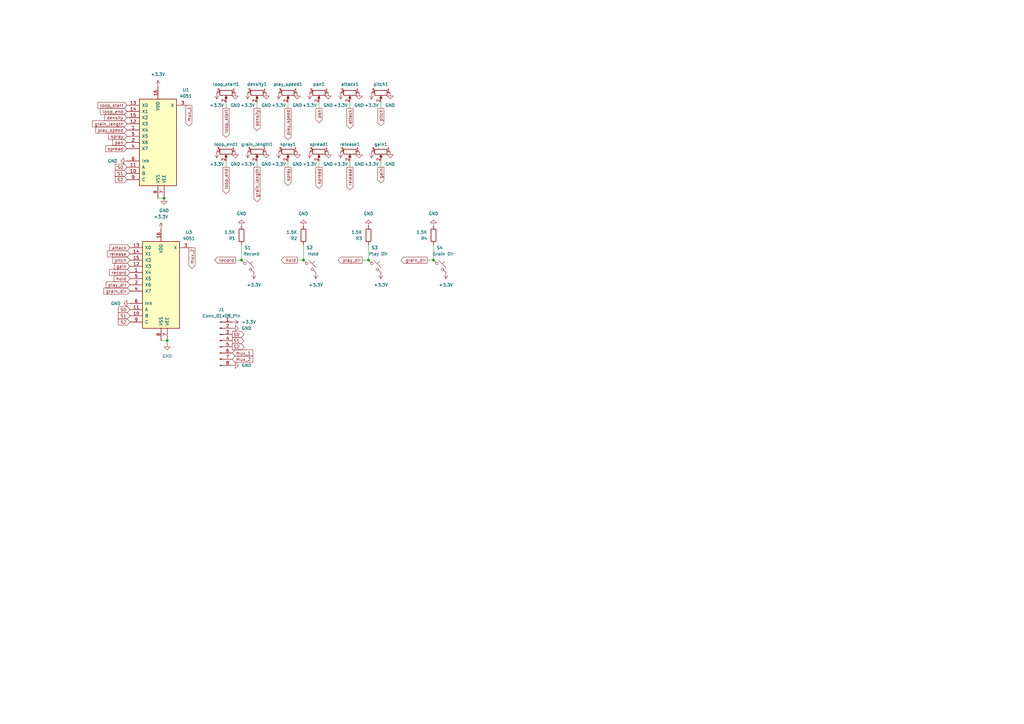
<source format=kicad_sch>
(kicad_sch (version 20231120) (generator "eeschema") (generator_version "8.0")
  (paper "A3")
  (lib_symbols
    (symbol "4xxx:4051" (pin_names (offset 1.016))
      (property "Reference" "U" (at -7.62 19.05 0))
      (property "Value" "4051" (at -7.62 -19.05 0))
      (symbol "4051_1_0"
        (pin passive line (at -12.7 5.08 0) (length 5.08) (name "X4") (number "1"))
        (pin input line (at -12.7 -12.7 0) (length 5.08) (name "B") (number "10"))
        (pin input line (at -12.7 -10.16 0) (length 5.08) (name "A") (number "11"))
        (pin passive line (at -12.7 7.62 0) (length 5.08) (name "X3") (number "12"))
        (pin passive line (at -12.7 15.24 0) (length 5.08) (name "X0") (number "13"))
        (pin passive line (at -12.7 12.7 0) (length 5.08) (name "X1") (number "14"))
        (pin passive line (at -12.7 10.16 0) (length 5.08) (name "X2") (number "15"))
        (pin power_in line (at 0 22.86 270) (length 5.08) (name "VDD") (number "16"))
        (pin passive line (at -12.7 0 0) (length 5.08) (name "X6") (number "2"))
        (pin passive line (at 12.7 15.24 180) (length 5.08) (name "X") (number "3"))
        (pin passive line (at -12.7 -2.54 0) (length 5.08) (name "X7") (number "4"))
        (pin passive line (at -12.7 2.54 0) (length 5.08) (name "X5") (number "5"))
        (pin input line (at -12.7 -7.62 0) (length 5.08) (name "Inh") (number "6"))
        (pin power_in line (at 2.54 -22.86 90) (length 5.08) (name "VEE") (number "7"))
        (pin power_in line (at 0 -22.86 90) (length 5.08) (name "VSS") (number "8"))
        (pin input line (at -12.7 -15.24 0) (length 5.08) (name "C") (number "9"))
      )
      (symbol "4051_1_1"
        (rectangle (start -7.62 17.78) (end 7.62 -17.78) (stroke (width 0.254)) (fill (type background)))
      )
    )
    (symbol "Connector:Conn_01x08_Pin" (pin_names (offset 1.016) hide)
      (property "Reference" "J" (at 0 10.16 0))
      (property "Value" "Conn_01x08_Pin" (at 0 -12.7 0))
      (symbol "Conn_01x08_Pin_1_1"
        (polyline (pts (xy 1.27 -10.16) (xy 0.8636 -10.16)) (stroke (width 0.1524)))
        (polyline (pts (xy 1.27 -7.62) (xy 0.8636 -7.62)) (stroke (width 0.1524)))
        (polyline (pts (xy 1.27 -5.08) (xy 0.8636 -5.08)) (stroke (width 0.1524)))
        (polyline (pts (xy 1.27 -2.54) (xy 0.8636 -2.54)) (stroke (width 0.1524)))
        (polyline (pts (xy 1.27 0) (xy 0.8636 0)) (stroke (width 0.1524)))
        (polyline (pts (xy 1.27 2.54) (xy 0.8636 2.54)) (stroke (width 0.1524)))
        (polyline (pts (xy 1.27 5.08) (xy 0.8636 5.08)) (stroke (width 0.1524)))
        (polyline (pts (xy 1.27 7.62) (xy 0.8636 7.62)) (stroke (width 0.1524)))
        (rectangle (start 0.8636 -10.033) (end 0 -10.287) (stroke (width 0.1524)) (fill (type outline)))
        (rectangle (start 0.8636 -7.493) (end 0 -7.747) (stroke (width 0.1524)) (fill (type outline)))
        (rectangle (start 0.8636 -4.953) (end 0 -5.207) (stroke (width 0.1524)) (fill (type outline)))
        (rectangle (start 0.8636 -2.413) (end 0 -2.667) (stroke (width 0.1524)) (fill (type outline)))
        (rectangle (start 0.8636 0.127) (end 0 -0.127) (stroke (width 0.1524)) (fill (type outline)))
        (rectangle (start 0.8636 2.667) (end 0 2.413) (stroke (width 0.1524)) (fill (type outline)))
        (rectangle (start 0.8636 5.207) (end 0 4.953) (stroke (width 0.1524)) (fill (type outline)))
        (rectangle (start 0.8636 7.747) (end 0 7.493) (stroke (width 0.1524)) (fill (type outline)))
        (pin passive line (at 5.08 7.62 180) (length 3.81) (name "Pin_1") (number "1"))
        (pin passive line (at 5.08 5.08 180) (length 3.81) (name "Pin_2") (number "2"))
        (pin passive line (at 5.08 2.54 180) (length 3.81) (name "Pin_3") (number "3"))
        (pin passive line (at 5.08 0 180) (length 3.81) (name "Pin_4") (number "4"))
        (pin passive line (at 5.08 -2.54 180) (length 3.81) (name "Pin_5") (number "5"))
        (pin passive line (at 5.08 -5.08 180) (length 3.81) (name "Pin_6") (number "6"))
        (pin passive line (at 5.08 -7.62 180) (length 3.81) (name "Pin_7") (number "7"))
        (pin passive line (at 5.08 -10.16 180) (length 3.81) (name "Pin_8") (number "8"))
      )
    )
    (symbol "Device:R" (pin_numbers hide) (pin_names (offset 0))
      (property "Reference" "R" (at 2.032 0 90))
      (property "Value" "R" (at 0 0 90))
      (symbol "R_0_1"
        (rectangle (start -1.016 -2.54) (end 1.016 2.54) (stroke (width 0.254)))
      )
      (symbol "R_1_1"
        (pin passive line (at 0 3.81 270) (length 1.27) (name "~") (number "1"))
        (pin passive line (at 0 -3.81 90) (length 1.27) (name "~") (number "2"))
      )
    )
    (symbol "Device:R_Potentiometer" (pin_names (offset 1.016) hide)
      (property "Reference" "RV" (at -4.445 0 90))
      (property "Value" "R_Potentiometer" (at -2.54 0 90))
      (symbol "R_Potentiometer_0_1"
        (polyline (pts (xy 2.54 0) (xy 1.524 0)))
        (polyline (pts (xy 1.143 0) (xy 2.286 0.508) (xy 2.286 -0.508) (xy 1.143 0)) (fill (type outline)))
        (rectangle (start 1.016 2.54) (end -1.016 -2.54) (stroke (width 0.254)))
      )
      (symbol "R_Potentiometer_1_1"
        (pin passive line (at 0 3.81 270) (length 1.27) (name "1") (number "1"))
        (pin passive line (at 3.81 0 180) (length 1.27) (name "2") (number "2"))
        (pin passive line (at 0 -3.81 90) (length 1.27) (name "3") (number "3"))
      )
    )
    (symbol "ScottoKeebs:Placeholder_Keyswitch" (pin_numbers hide) (pin_names (offset 1.016) hide)
      (property "Reference" "S" (at 3.048 1.016 0))
      (property "Value" "Keyswitch" (at 0 -3.81 0))
      (symbol "Placeholder_Keyswitch_0_1"
        (circle (center -1.1684 1.1684) (radius 0.508))
        (polyline (pts (xy -0.508 2.54) (xy 2.54 -0.508)))
        (polyline (pts (xy 1.016 1.016) (xy 2.032 2.032)))
        (polyline (pts (xy -2.54 2.54) (xy -1.524 1.524) (xy -1.524 1.524)))
        (polyline (pts (xy 1.524 -1.524) (xy 2.54 -2.54) (xy 2.54 -2.54) (xy 2.54 -2.54)))
        (circle (center 1.143 -1.1938) (radius 0.508))
        (pin passive line (at -2.54 2.54 0) (length 0) (name "1") (number "1"))
        (pin passive line (at 2.54 -2.54 180) (length 0) (name "2") (number "2"))
      )
    )
    (symbol "power:+3.3V" (power) (pin_numbers hide) (pin_names (offset 0) hide)
      (property "Value" "+3.3V" (at 0 3.556 0))
      (symbol "+3.3V_0_1"
        (polyline (pts (xy -0.762 1.27) (xy 0 2.54)))
        (polyline (pts (xy 0 0) (xy 0 2.54)))
        (polyline (pts (xy 0 2.54) (xy 0.762 1.27)))
      )
      (symbol "+3.3V_1_1"
        (pin power_in line (at 0 0 90) (length 0) (name "~") (number "1"))
      )
    )
    (symbol "power:GND" (power) (pin_numbers hide) (pin_names (offset 0) hide)
      (property "Value" "GND" (at 0 -3.81 0))
      (symbol "GND_0_1"
        (polyline (pts (xy 0 0) (xy 0 -1.27) (xy 1.27 -1.27) (xy 0 -2.54) (xy -1.27 -1.27) (xy 0 -1.27)))
      )
      (symbol "GND_1_1"
        (pin power_in line (at 0 0 270) (length 0) (name "~") (number "1"))
      )
    )
  )
  (junction (at 67.31 81.28))
  (junction (at 124.46 106.68))
  (junction (at 151.13 106.68))
  (junction (at 99.06 106.68))
  (junction (at 68.58 139.7))
  (junction (at 177.8 106.68))
  (wire (pts (xy 92.71 44.45) (xy 92.71 41.91)))
  (wire (pts (xy 64.77 81.28) (xy 67.31 81.28)))
  (wire (pts (xy 130.81 68.58) (xy 130.81 66.04)))
  (wire (pts (xy 143.51 44.45) (xy 143.51 41.91)))
  (wire (pts (xy 156.21 44.45) (xy 156.21 41.91)))
  (wire (pts (xy 177.8 100.33) (xy 177.8 106.68)))
  (wire (pts (xy 130.81 44.45) (xy 130.81 41.91)))
  (wire (pts (xy 96.52 106.68) (xy 99.06 106.68)))
  (wire (pts (xy 68.58 140.97) (xy 68.58 139.7)))
  (wire (pts (xy 156.21 68.58) (xy 156.21 66.04)))
  (wire (pts (xy 99.06 100.33) (xy 99.06 106.68)))
  (wire (pts (xy 175.26 106.68) (xy 177.8 106.68)))
  (wire (pts (xy 105.41 68.58) (xy 105.41 66.04)))
  (wire (pts (xy 105.41 44.45) (xy 105.41 41.91)))
  (wire (pts (xy 124.46 100.33) (xy 124.46 106.68)))
  (wire (pts (xy 143.51 68.58) (xy 143.51 66.04)))
  (wire (pts (xy 121.92 106.68) (xy 124.46 106.68)))
  (wire (pts (xy 118.11 68.58) (xy 118.11 66.04)))
  (wire (pts (xy 148.59 106.68) (xy 151.13 106.68)))
  (wire (pts (xy 151.13 100.33) (xy 151.13 106.68)))
  (wire (pts (xy 92.71 68.58) (xy 92.71 66.04)))
  (wire (pts (xy 118.11 44.45) (xy 118.11 41.91)))
  (wire (pts (xy 66.04 139.7) (xy 68.58 139.7)))
  (global_label "mux_1" (shape output) (at 77.47 43.18 270) (property "Intersheetrefs" "${INTERSHEET_REFS}" (effects (hide yes))))
  (global_label "S0" (shape input) (at 53.34 127 180) (property "Intersheetrefs" "${INTERSHEET_REFS}" (effects (hide yes))))
  (global_label "S2" (shape input) (at 52.07 73.66 180) (property "Intersheetrefs" "${INTERSHEET_REFS}" (effects (hide yes))))
  (global_label "loop_start" (shape input) (at 52.07 43.18 180) (property "Intersheetrefs" "${INTERSHEET_REFS}" (effects (hide yes))))
  (global_label "grain_dir" (shape input) (at 53.34 119.38 180) (property "Intersheetrefs" "${INTERSHEET_REFS}" (effects (hide yes))))
  (global_label "pan" (shape output) (at 130.81 44.45 270) (property "Intersheetrefs" "${INTERSHEET_REFS}" (effects (hide yes))))
  (global_label "play_dir" (shape output) (at 148.59 106.68 180) (property "Intersheetrefs" "${INTERSHEET_REFS}" (effects (hide yes))))
  (global_label "gain" (shape input) (at 53.34 109.22 180) (property "Intersheetrefs" "${INTERSHEET_REFS}" (effects (hide yes))))
  (global_label "mux_2" (shape output) (at 78.74 101.6 270) (property "Intersheetrefs" "${INTERSHEET_REFS}" (effects (hide yes))))
  (global_label "S2" (shape output) (at 95.25 142.24 0) (property "Intersheetrefs" "${INTERSHEET_REFS}" (effects (hide yes))))
  (global_label "release" (shape output) (at 143.51 68.58 270) (property "Intersheetrefs" "${INTERSHEET_REFS}" (effects (hide yes))))
  (global_label "S1" (shape output) (at 95.25 139.7 0) (property "Intersheetrefs" "${INTERSHEET_REFS}" (effects (hide yes))))
  (global_label "pitch" (shape input) (at 53.34 106.68 180) (property "Intersheetrefs" "${INTERSHEET_REFS}" (effects (hide yes))))
  (global_label "S0" (shape input) (at 52.07 68.58 180) (property "Intersheetrefs" "${INTERSHEET_REFS}" (effects (hide yes))))
  (global_label "attack" (shape input) (at 53.34 101.6 180) (property "Intersheetrefs" "${INTERSHEET_REFS}" (effects (hide yes))))
  (global_label "S1" (shape input) (at 52.07 71.12 180) (property "Intersheetrefs" "${INTERSHEET_REFS}" (effects (hide yes))))
  (global_label "pitch" (shape output) (at 156.21 44.45 270) (property "Intersheetrefs" "${INTERSHEET_REFS}" (effects (hide yes))))
  (global_label "play_speed" (shape output) (at 118.11 44.45 270) (property "Intersheetrefs" "${INTERSHEET_REFS}" (effects (hide yes))))
  (global_label "pan" (shape input) (at 52.07 58.42 180) (property "Intersheetrefs" "${INTERSHEET_REFS}" (effects (hide yes))))
  (global_label "release" (shape input) (at 53.34 104.14 180) (property "Intersheetrefs" "${INTERSHEET_REFS}" (effects (hide yes))))
  (global_label "hold" (shape input) (at 53.34 114.3 180) (property "Intersheetrefs" "${INTERSHEET_REFS}" (effects (hide yes))))
  (global_label "S1" (shape input) (at 53.34 129.54 180) (property "Intersheetrefs" "${INTERSHEET_REFS}" (effects (hide yes))))
  (global_label "hold" (shape output) (at 121.92 106.68 180) (property "Intersheetrefs" "${INTERSHEET_REFS}" (effects (hide yes))))
  (global_label "spread" (shape output) (at 130.81 68.58 270) (property "Intersheetrefs" "${INTERSHEET_REFS}" (effects (hide yes))))
  (global_label "spray" (shape input) (at 52.07 55.88 180) (property "Intersheetrefs" "${INTERSHEET_REFS}" (effects (hide yes))))
  (global_label "spray" (shape output) (at 118.11 68.58 270) (property "Intersheetrefs" "${INTERSHEET_REFS}" (effects (hide yes))))
  (global_label "gain" (shape output) (at 156.21 68.58 270) (property "Intersheetrefs" "${INTERSHEET_REFS}" (effects (hide yes))))
  (global_label "mux_1" (shape input) (at 95.25 144.78 0) (property "Intersheetrefs" "${INTERSHEET_REFS}" (effects (hide yes))))
  (global_label "density" (shape input) (at 52.07 48.26 180) (property "Intersheetrefs" "${INTERSHEET_REFS}" (effects (hide yes))))
  (global_label "loop_end" (shape output) (at 92.71 68.58 270) (property "Intersheetrefs" "${INTERSHEET_REFS}" (effects (hide yes))))
  (global_label "grain_length" (shape output) (at 105.41 68.58 270) (property "Intersheetrefs" "${INTERSHEET_REFS}" (effects (hide yes))))
  (global_label "S2" (shape input) (at 53.34 132.08 180) (property "Intersheetrefs" "${INTERSHEET_REFS}" (effects (hide yes))))
  (global_label "loop_start" (shape output) (at 92.71 44.45 270) (property "Intersheetrefs" "${INTERSHEET_REFS}" (effects (hide yes))))
  (global_label "S0" (shape output) (at 95.25 137.16 0) (property "Intersheetrefs" "${INTERSHEET_REFS}" (effects (hide yes))))
  (global_label "density" (shape output) (at 105.41 44.45 270) (property "Intersheetrefs" "${INTERSHEET_REFS}" (effects (hide yes))))
  (global_label "loop_end" (shape input) (at 52.07 45.72 180) (property "Intersheetrefs" "${INTERSHEET_REFS}" (effects (hide yes))))
  (global_label "attack" (shape output) (at 143.51 44.45 270) (property "Intersheetrefs" "${INTERSHEET_REFS}" (effects (hide yes))))
  (global_label "record" (shape input) (at 53.34 111.76 180) (property "Intersheetrefs" "${INTERSHEET_REFS}" (effects (hide yes))))
  (global_label "play_dir" (shape input) (at 53.34 116.84 180) (property "Intersheetrefs" "${INTERSHEET_REFS}" (effects (hide yes))))
  (global_label "grain_dir" (shape output) (at 175.26 106.68 180) (property "Intersheetrefs" "${INTERSHEET_REFS}" (effects (hide yes))))
  (global_label "spread" (shape input) (at 52.07 60.96 180) (property "Intersheetrefs" "${INTERSHEET_REFS}" (effects (hide yes))))
  (global_label "record" (shape output) (at 96.52 106.68 180) (property "Intersheetrefs" "${INTERSHEET_REFS}" (effects (hide yes))))
  (global_label "play_speed" (shape input) (at 52.07 53.34 180) (property "Intersheetrefs" "${INTERSHEET_REFS}" (effects (hide yes))))
  (global_label "grain_length" (shape input) (at 52.07 50.8 180) (property "Intersheetrefs" "${INTERSHEET_REFS}" (effects (hide yes))))
  (global_label "mux_2" (shape input) (at 95.25 147.32 0) (property "Intersheetrefs" "${INTERSHEET_REFS}" (effects (hide yes))))
  (symbol (lib_id "power:GND") (at 109.22 62.23 0) (unit 1)
    (property "Reference" "#PWR023" (effects (hide yes)))
    (property "Value" "GND" (at 109.22 67.31 0))
    (property "Description" "Power symbol creates a global label with name \"GND\" , ground" (effects (hide yes)))
  )
  (symbol (lib_id "power:+3.3V") (at 139.7 62.23 180) (unit 1)
    (property "Reference" "#PWR018" (effects (hide yes)))
    (property "Value" "+3.3V" (at 139.7 67.31 0))
    (property "Description" "Power symbol creates a global label with name \"+3.3V\"" (effects (hide yes)))
  )
  (symbol (lib_id "Device:R_Potentiometer") (at 105.41 38.1 270) (unit 1)
    (property "Reference" "density1" (at 105.41 34.544 90))
    (property "Footprint" "Potentiometer_THT:Potentiometer_TT_P0915N" (effects (hide yes)))
    (property "Description" "Potentiometer" (effects (hide yes)))
  )
  (symbol (lib_id "power:GND") (at 96.52 62.23 0) (unit 1)
    (property "Reference" "#PWR024" (effects (hide yes)))
    (property "Value" "GND" (at 96.52 67.31 0))
    (property "Description" "Power symbol creates a global label with name \"GND\" , ground" (effects (hide yes)))
  )
  (symbol (lib_id "ScottoKeebs:Placeholder_Keyswitch") (at 127 109.22 0) (unit 1)
    (property "Reference" "S2" (at 127 101.6 0))
    (property "Value" "Hold" (at 128.524 104.14 0))
    (property "Footprint" "Button_Switch_Keyboard:SW_Cherry_MX_1.00u_PCB" (effects (hide yes)))
    (property "Description" "Push button switch, normally open, two pins, 45° tilted" (effects (hide yes)))
  )
  (symbol (lib_id "Device:R_Potentiometer") (at 92.71 62.23 270) (unit 1)
    (property "Reference" "loop_end1" (at 92.71 59.182 90))
    (property "Footprint" "Potentiometer_THT:Potentiometer_TT_P0915N" (effects (hide yes)))
    (property "Description" "Potentiometer" (effects (hide yes)))
  )
  (symbol (lib_id "power:+3.3V") (at 101.6 62.23 180) (unit 1)
    (property "Reference" "#PWR04" (effects (hide yes)))
    (property "Value" "+3.3V" (at 101.6 67.31 0))
    (property "Description" "Power symbol creates a global label with name \"+3.3V\"" (effects (hide yes)))
  )
  (symbol (lib_id "power:GND") (at 160.02 38.1 0) (unit 1)
    (property "Reference" "#PWR013" (effects (hide yes)))
    (property "Value" "GND" (at 160.02 43.18 0))
    (property "Description" "Power symbol creates a global label with name \"GND\" , ground" (effects (hide yes)))
  )
  (symbol (lib_id "Device:R_Potentiometer") (at 118.11 38.1 270) (unit 1)
    (property "Reference" "play_speed1" (at 118.11 34.544 90))
    (property "Footprint" "Potentiometer_THT:Potentiometer_TT_P0915N" (effects (hide yes)))
    (property "Description" "Potentiometer" (effects (hide yes)))
  )
  (symbol (lib_id "power:+3.3V") (at 88.9 62.23 180) (unit 1)
    (property "Reference" "#PWR02" (effects (hide yes)))
    (property "Value" "+3.3V" (at 88.9 67.31 0))
    (property "Description" "Power symbol creates a global label with name \"+3.3V\"" (effects (hide yes)))
  )
  (symbol (lib_id "power:+3.3V") (at 152.4 38.1 180) (unit 1)
    (property "Reference" "#PWR019" (effects (hide yes)))
    (property "Value" "+3.3V" (at 152.4 43.18 0))
    (property "Description" "Power symbol creates a global label with name \"+3.3V\"" (effects (hide yes)))
  )
  (symbol (lib_id "power:GND") (at 134.62 38.1 0) (unit 1)
    (property "Reference" "#PWR011" (effects (hide yes)))
    (property "Value" "GND" (at 134.62 43.18 0))
    (property "Description" "Power symbol creates a global label with name \"GND\" , ground" (effects (hide yes)))
  )
  (symbol (lib_id "power:+3.3V") (at 66.04 93.98 0) (unit 1)
    (property "Reference" "#PWR038" (effects (hide yes)))
    (property "Value" "+3.3V" (at 66.04 88.9 0))
    (property "Description" "Power symbol creates a global label with name \"+3.3V\"" (effects (hide yes)))
  )
  (symbol (lib_id "power:GND") (at 177.8 92.71 180) (unit 1)
    (property "Reference" "#PWR029" (effects (hide yes)))
    (property "Value" "GND" (at 177.8 87.63 0))
    (property "Description" "Power symbol creates a global label with name \"GND\" , ground" (effects (hide yes)))
  )
  (symbol (lib_id "4xxx:4051") (at 64.77 58.42 0) (unit 1)
    (property "Reference" "U1" (at 76.2 36.8614 0))
    (property "Value" "4051" (at 76.2 39.4014 0))
    (property "Footprint" "Package_DIP:DIP-16_W7.62mm_Socket" (effects (hide yes)))
    (property "Datasheet" "http://www.intersil.com/content/dam/Intersil/documents/cd40/cd4051bms-52bms-53bms.pdf" (effects (hide yes)))
    (property "Description" "Analog Multiplexer 8 to 1 lins" (effects (hide yes)))
  )
  (symbol (lib_id "power:+3.3V") (at 152.4 62.23 180) (unit 1)
    (property "Reference" "#PWR021" (effects (hide yes)))
    (property "Value" "+3.3V" (at 152.4 67.31 0))
    (property "Description" "Power symbol creates a global label with name \"+3.3V\"" (effects (hide yes)))
  )
  (symbol (lib_id "power:+3.3V") (at 156.21 111.76 180) (unit 1)
    (property "Reference" "#PWR028" (effects (hide yes)))
    (property "Value" "+3.3V" (at 156.21 116.84 0))
    (property "Description" "Power symbol creates a global label with name \"+3.3V\"" (effects (hide yes)))
  )
  (symbol (lib_id "ScottoKeebs:Placeholder_Keyswitch") (at 153.67 109.22 0) (unit 1)
    (property "Reference" "S3" (at 153.67 101.6 0))
    (property "Value" "Play Dir" (at 155.194 104.14 0))
    (property "Footprint" "Button_Switch_Keyboard:SW_Cherry_MX_1.00u_PCB" (effects (hide yes)))
    (property "Description" "Push button switch, normally open, two pins, 45° tilted" (effects (hide yes)))
  )
  (symbol (lib_id "power:GND") (at 67.31 81.28 0) (unit 1)
    (property "Reference" "#PWR034" (effects (hide yes)))
    (property "Value" "GND" (at 67.31 86.36 0))
    (property "Description" "Power symbol creates a global label with name \"GND\" , ground" (effects (hide yes)))
  )
  (symbol (lib_id "power:+3.3V") (at 101.6 38.1 180) (unit 1)
    (property "Reference" "#PWR03" (effects (hide yes)))
    (property "Value" "+3.3V" (at 101.6 43.18 0))
    (property "Description" "Power symbol creates a global label with name \"+3.3V\"" (effects (hide yes)))
  )
  (symbol (lib_id "power:GND") (at 53.34 124.46 270) (unit 1)
    (property "Reference" "#PWR037" (effects (hide yes)))
    (property "Value" "GND" (at 49.53 124.4599 90) (effects (justify right)))
    (property "Description" "Power symbol creates a global label with name \"GND\" , ground" (effects (hide yes)))
  )
  (symbol (lib_id "Device:R_Potentiometer") (at 143.51 38.1 270) (unit 1)
    (property "Reference" "attack1" (at 143.51 34.544 90))
    (property "Footprint" "Potentiometer_THT:Potentiometer_TT_P0915N" (effects (hide yes)))
    (property "Description" "Potentiometer" (effects (hide yes)))
  )
  (symbol (lib_id "power:+3.3V") (at 114.3 62.23 180) (unit 1)
    (property "Reference" "#PWR06" (effects (hide yes)))
    (property "Value" "+3.3V" (at 114.3 67.31 0))
    (property "Description" "Power symbol creates a global label with name \"+3.3V\"" (effects (hide yes)))
  )
  (symbol (lib_id "power:+3.3V") (at 127 62.23 180) (unit 1)
    (property "Reference" "#PWR015" (effects (hide yes)))
    (property "Value" "+3.3V" (at 127 67.31 0))
    (property "Description" "Power symbol creates a global label with name \"+3.3V\"" (effects (hide yes)))
  )
  (symbol (lib_id "power:+3.3V") (at 129.54 111.76 180) (unit 1)
    (property "Reference" "#PWR026" (effects (hide yes)))
    (property "Value" "+3.3V" (at 129.54 116.84 0))
    (property "Description" "Power symbol creates a global label with name \"+3.3V\"" (effects (hide yes)))
  )
  (symbol (lib_id "power:GND") (at 95.25 134.62 90) (unit 1)
    (property "Reference" "#PWR033" (effects (hide yes)))
    (property "Value" "GND" (at 99.06 134.6199 90) (effects (justify right)))
    (property "Description" "Power symbol creates a global label with name \"GND\" , ground" (effects (hide yes)))
  )
  (symbol (lib_id "power:+3.3V") (at 88.9 38.1 180) (unit 1)
    (property "Reference" "#PWR01" (effects (hide yes)))
    (property "Value" "+3.3V" (at 88.9 43.18 0))
    (property "Description" "Power symbol creates a global label with name \"+3.3V\"" (effects (hide yes)))
  )
  (symbol (lib_id "4xxx:4051") (at 66.04 116.84 0) (unit 1)
    (property "Reference" "U3" (at 77.47 95.2814 0))
    (property "Value" "4051" (at 77.47 97.8214 0))
    (property "Footprint" "Package_DIP:DIP-16_W7.62mm_Socket" (effects (hide yes)))
    (property "Datasheet" "http://www.intersil.com/content/dam/Intersil/documents/cd40/cd4051bms-52bms-53bms.pdf" (effects (hide yes)))
    (property "Description" "Analog Multiplexer 8 to 1 lins" (effects (hide yes)))
  )
  (symbol (lib_id "power:+3.3V") (at 127 38.1 180) (unit 1)
    (property "Reference" "#PWR07" (effects (hide yes)))
    (property "Value" "+3.3V" (at 127 43.18 0))
    (property "Description" "Power symbol creates a global label with name \"+3.3V\"" (effects (hide yes)))
  )
  (symbol (lib_id "power:GND") (at 147.32 62.23 0) (unit 1)
    (property "Reference" "#PWR016" (effects (hide yes)))
    (property "Value" "GND" (at 147.32 67.31 0))
    (property "Description" "Power symbol creates a global label with name \"GND\" , ground" (effects (hide yes)))
  )
  (symbol (lib_id "power:GND") (at 124.46 92.71 180) (unit 1)
    (property "Reference" "#PWR025" (effects (hide yes)))
    (property "Value" "GND" (at 124.46 87.63 0))
    (property "Description" "Power symbol creates a global label with name \"GND\" , ground" (effects (hide yes)))
  )
  (symbol (lib_id "Device:R_Potentiometer") (at 92.71 38.1 270) (unit 1)
    (property "Reference" "loop_start1" (at 92.71 34.544 90))
    (property "Footprint" "Potentiometer_THT:Potentiometer_TT_P0915N" (effects (hide yes)))
    (property "Description" "Potentiometer" (effects (hide yes)))
  )
  (symbol (lib_id "power:GND") (at 134.62 62.23 0) (unit 1)
    (property "Reference" "#PWR020" (effects (hide yes)))
    (property "Value" "GND" (at 134.62 67.31 0))
    (property "Description" "Power symbol creates a global label with name \"GND\" , ground" (effects (hide yes)))
  )
  (symbol (lib_id "power:GND") (at 96.52 38.1 0) (unit 1)
    (property "Reference" "#PWR08" (effects (hide yes)))
    (property "Value" "GND" (at 96.52 43.18 0))
    (property "Description" "Power symbol creates a global label with name \"GND\" , ground" (effects (hide yes)))
  )
  (symbol (lib_id "power:+3.3V") (at 139.7 38.1 180) (unit 1)
    (property "Reference" "#PWR017" (effects (hide yes)))
    (property "Value" "+3.3V" (at 139.7 43.18 0))
    (property "Description" "Power symbol creates a global label with name \"+3.3V\"" (effects (hide yes)))
  )
  (symbol (lib_id "Device:R_Potentiometer") (at 105.41 62.23 270) (unit 1)
    (property "Reference" "grain_length1" (at 105.41 59.182 90))
    (property "Footprint" "Potentiometer_THT:Potentiometer_TT_P0915N" (effects (hide yes)))
    (property "Description" "Potentiometer" (effects (hide yes)))
  )
  (symbol (lib_id "Device:R_Potentiometer") (at 156.21 38.1 270) (unit 1)
    (property "Reference" "pitch1" (at 156.21 34.544 90))
    (property "Footprint" "Potentiometer_THT:Potentiometer_TT_P0915N" (effects (hide yes)))
    (property "Description" "Potentiometer" (effects (hide yes)))
  )
  (symbol (lib_id "power:GND") (at 147.32 38.1 0) (unit 1)
    (property "Reference" "#PWR012" (effects (hide yes)))
    (property "Value" "GND" (at 147.32 43.18 0))
    (property "Description" "Power symbol creates a global label with name \"GND\" , ground" (effects (hide yes)))
  )
  (symbol (lib_id "Device:R") (at 124.46 96.52 180) (unit 1)
    (property "Reference" "R2" (at 121.92 97.7901 0) (effects (justify left)))
    (property "Value" "1.5K" (at 121.92 95.2501 0) (effects (justify left)))
    (property "Footprint" "Resistor_THT:R_Axial_DIN0204_L3.6mm_D1.6mm_P5.08mm_Horizontal" (effects (hide yes)))
    (property "Description" "Resistor" (effects (hide yes)))
  )
  (symbol (lib_id "power:+3.3V") (at 104.14 111.76 180) (unit 1)
    (property "Reference" "#PWR039" (effects (hide yes)))
    (property "Value" "+3.3V" (at 104.14 116.84 0))
    (property "Description" "Power symbol creates a global label with name \"+3.3V\"" (effects (hide yes)))
  )
  (symbol (lib_id "power:GND") (at 121.92 38.1 0) (unit 1)
    (property "Reference" "#PWR010" (effects (hide yes)))
    (property "Value" "GND" (at 121.92 43.18 0))
    (property "Description" "Power symbol creates a global label with name \"GND\" , ground" (effects (hide yes)))
  )
  (symbol (lib_id "power:GND") (at 95.25 149.86 90) (unit 1)
    (property "Reference" "#PWR041" (effects (hide yes)))
    (property "Value" "GND" (at 99.06 149.8599 90) (effects (justify right)))
    (property "Description" "Power symbol creates a global label with name \"GND\" , ground" (effects (hide yes)))
  )
  (symbol (lib_id "power:+3.3V") (at 64.77 35.56 0) (unit 1)
    (property "Reference" "#PWR031" (effects (hide yes)))
    (property "Value" "+3.3V" (at 64.77 30.48 0))
    (property "Description" "Power symbol creates a global label with name \"+3.3V\"" (effects (hide yes)))
  )
  (symbol (lib_id "Device:R_Potentiometer") (at 143.51 62.23 270) (unit 1)
    (property "Reference" "release1" (at 143.51 59.182 90))
    (property "Footprint" "Potentiometer_THT:Potentiometer_TT_P0915N" (effects (hide yes)))
    (property "Description" "Potentiometer" (effects (hide yes)))
  )
  (symbol (lib_id "Device:R") (at 99.06 96.52 180) (unit 1)
    (property "Reference" "R1" (at 96.52 97.7901 0) (effects (justify left)))
    (property "Value" "1.5K" (at 96.52 95.2501 0) (effects (justify left)))
    (property "Footprint" "Resistor_THT:R_Axial_DIN0204_L3.6mm_D1.6mm_P5.08mm_Horizontal" (effects (hide yes)))
    (property "Description" "Resistor" (effects (hide yes)))
  )
  (symbol (lib_id "Device:R") (at 151.13 96.52 180) (unit 1)
    (property "Reference" "R3" (at 148.59 97.7901 0) (effects (justify left)))
    (property "Value" "1.5K" (at 148.59 95.2501 0) (effects (justify left)))
    (property "Footprint" "Resistor_THT:R_Axial_DIN0204_L3.6mm_D1.6mm_P5.08mm_Horizontal" (effects (hide yes)))
    (property "Description" "Resistor" (effects (hide yes)))
  )
  (symbol (lib_id "power:+3.3V") (at 182.88 111.76 180) (unit 1)
    (property "Reference" "#PWR030" (effects (hide yes)))
    (property "Value" "+3.3V" (at 182.88 116.84 0))
    (property "Description" "Power symbol creates a global label with name \"+3.3V\"" (effects (hide yes)))
  )
  (symbol (lib_id "power:GND") (at 68.58 140.97 0) (unit 1)
    (property "Reference" "#PWR035" (effects (hide yes)))
    (property "Value" "GND" (at 68.58 146.05 0))
    (property "Description" "Power symbol creates a global label with name \"GND\" , ground" (effects (hide yes)))
  )
  (symbol (lib_id "Connector:Conn_01x08_Pin") (at 90.17 139.7 0) (unit 1)
    (property "Reference" "J1" (at 90.805 127 0))
    (property "Value" "Conn_01x08_Pin" (at 90.805 129.54 0))
    (property "Footprint" "Connector_IDC:IDC-Header_2x04_P2.54mm_Vertical" (effects (hide yes)))
    (property "Description" "Generic connector, single row, 01x08, script generated" (effects (hide yes)))
  )
  (symbol (lib_id "power:+3.3V") (at 114.3 38.1 180) (unit 1)
    (property "Reference" "#PWR05" (effects (hide yes)))
    (property "Value" "+3.3V" (at 114.3 43.18 0))
    (property "Description" "Power symbol creates a global label with name \"+3.3V\"" (effects (hide yes)))
  )
  (symbol (lib_id "power:GND") (at 151.13 92.71 180) (unit 1)
    (property "Reference" "#PWR027" (effects (hide yes)))
    (property "Value" "GND" (at 151.13 87.63 0))
    (property "Description" "Power symbol creates a global label with name \"GND\" , ground" (effects (hide yes)))
  )
  (symbol (lib_id "power:GND") (at 52.07 66.04 270) (unit 1)
    (property "Reference" "#PWR032" (effects (hide yes)))
    (property "Value" "GND" (at 48.26 66.0399 90) (effects (justify right)))
    (property "Description" "Power symbol creates a global label with name \"GND\" , ground" (effects (hide yes)))
  )
  (symbol (lib_id "ScottoKeebs:Placeholder_Keyswitch") (at 101.6 109.22 0) (unit 1)
    (property "Reference" "S1" (at 101.6 101.6 0))
    (property "Value" "Record" (at 103.124 104.14 0))
    (property "Footprint" "Button_Switch_Keyboard:SW_Cherry_MX_1.00u_PCB" (effects (hide yes)))
    (property "Description" "Push button switch, normally open, two pins, 45° tilted" (effects (hide yes)))
  )
  (symbol (lib_id "power:GND") (at 109.22 38.1 0) (unit 1)
    (property "Reference" "#PWR09" (effects (hide yes)))
    (property "Value" "GND" (at 109.22 43.18 0))
    (property "Description" "Power symbol creates a global label with name \"GND\" , ground" (effects (hide yes)))
  )
  (symbol (lib_id "Device:R_Potentiometer") (at 118.11 62.23 270) (unit 1)
    (property "Reference" "spray1" (at 118.11 59.182 90))
    (property "Footprint" "Potentiometer_THT:Potentiometer_TT_P0915N" (effects (hide yes)))
    (property "Description" "Potentiometer" (effects (hide yes)))
  )
  (symbol (lib_id "Device:R_Potentiometer") (at 130.81 62.23 270) (unit 1)
    (property "Reference" "spread1" (at 130.81 59.182 90))
    (property "Footprint" "Potentiometer_THT:Potentiometer_TT_P0915N" (effects (hide yes)))
    (property "Description" "Potentiometer" (effects (hide yes)))
  )
  (symbol (lib_id "power:GND") (at 99.06 92.71 180) (unit 1)
    (property "Reference" "#PWR040" (effects (hide yes)))
    (property "Value" "GND" (at 99.06 87.63 0))
    (property "Description" "Power symbol creates a global label with name \"GND\" , ground" (effects (hide yes)))
  )
  (symbol (lib_id "ScottoKeebs:Placeholder_Keyswitch") (at 180.34 109.22 0) (unit 1)
    (property "Reference" "S4" (at 180.34 101.6 0))
    (property "Value" "Grain Dir" (at 181.864 104.14 0))
    (property "Footprint" "Button_Switch_Keyboard:SW_Cherry_MX_1.00u_PCB" (effects (hide yes)))
    (property "Description" "Push button switch, normally open, two pins, 45° tilted" (effects (hide yes)))
  )
  (symbol (lib_id "Device:R_Potentiometer") (at 156.21 62.23 270) (unit 1)
    (property "Reference" "gain1" (at 156.21 59.182 90))
    (property "Footprint" "Potentiometer_THT:Potentiometer_TT_P0915N" (effects (hide yes)))
    (property "Description" "Potentiometer" (effects (hide yes)))
  )
  (symbol (lib_id "power:GND") (at 160.02 62.23 0) (unit 1)
    (property "Reference" "#PWR014" (effects (hide yes)))
    (property "Value" "GND" (at 160.02 67.31 0))
    (property "Description" "Power symbol creates a global label with name \"GND\" , ground" (effects (hide yes)))
  )
  (symbol (lib_id "Device:R_Potentiometer") (at 130.81 38.1 270) (unit 1)
    (property "Reference" "pan1" (at 130.81 34.544 90))
    (property "Footprint" "Potentiometer_THT:Potentiometer_TT_P0915N" (effects (hide yes)))
    (property "Description" "Potentiometer" (effects (hide yes)))
  )
  (symbol (lib_id "power:GND") (at 121.92 62.23 0) (unit 1)
    (property "Reference" "#PWR022" (effects (hide yes)))
    (property "Value" "GND" (at 121.92 67.31 0))
    (property "Description" "Power symbol creates a global label with name \"GND\" , ground" (effects (hide yes)))
  )
  (symbol (lib_id "Device:R") (at 177.8 96.52 180) (unit 1)
    (property "Reference" "R4" (at 175.26 97.7901 0) (effects (justify left)))
    (property "Value" "1.5K" (at 175.26 95.2501 0) (effects (justify left)))
    (property "Footprint" "Resistor_THT:R_Axial_DIN0204_L3.6mm_D1.6mm_P5.08mm_Horizontal" (effects (hide yes)))
    (property "Description" "Resistor" (effects (hide yes)))
  )
  (symbol (lib_id "power:+3.3V") (at 95.25 132.08 270) (unit 1)
    (property "Reference" "#PWR036" (effects (hide yes)))
    (property "Value" "+3.3V" (at 99.06 132.0799 90) (effects (justify left)))
    (property "Description" "Power symbol creates a global label with name \"+3.3V\"" (effects (hide yes)))
  )
)
</source>
